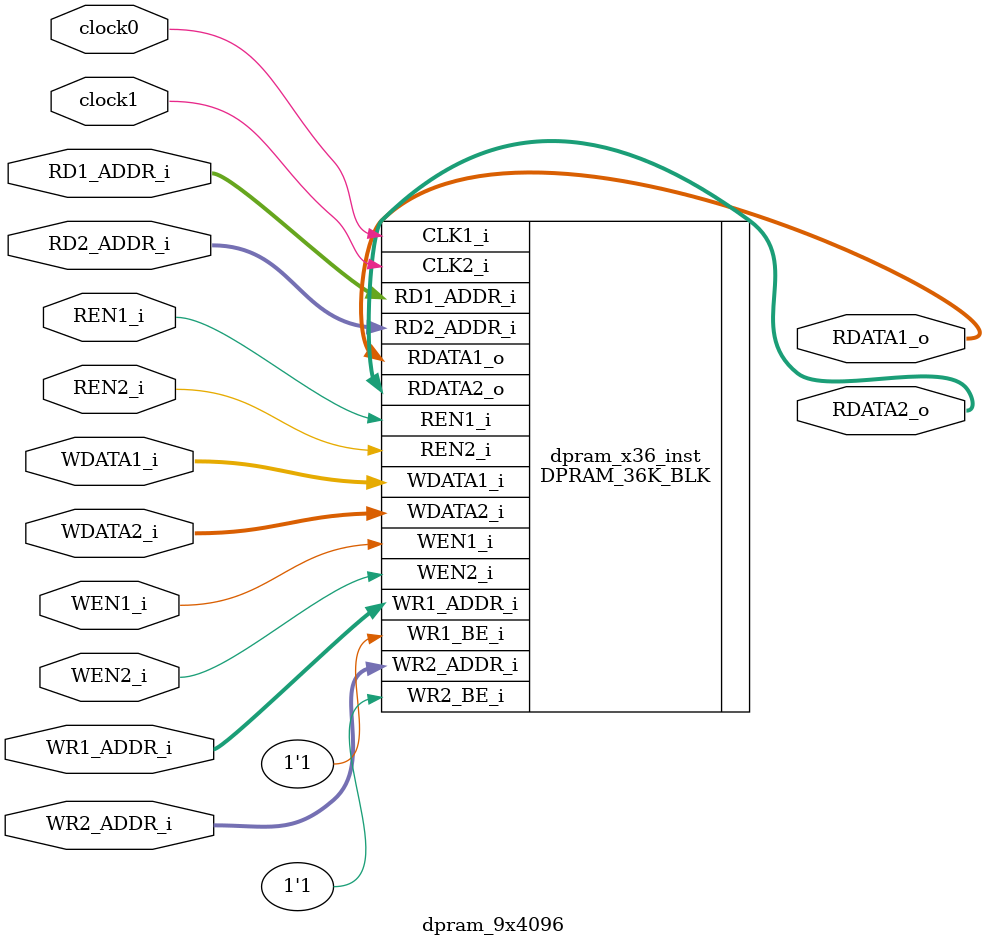
<source format=v>
module dpram_36x1024 (
    clock0,
    WEN1_i,
    REN1_i,
    WR1_ADDR_i,
    RD1_ADDR_i,
    WDATA1_i,
    RDATA1_o,
    
    clock1,
    WEN2_i,
    REN2_i,
    WR2_ADDR_i,
    RD2_ADDR_i,
    WDATA2_i,
    RDATA2_o
);

parameter ADDR_WIDTH = 10;
parameter DATA_WIDTH = 36;
parameter BE1_WIDTH = 4;
parameter BE2_WIDTH = 4;

input wire clock0;
input wire WEN1_i;
input wire REN1_i;
input wire [ADDR_WIDTH-1 :0] WR1_ADDR_i;
input wire [ADDR_WIDTH-1 :0] RD1_ADDR_i;
input wire [DATA_WIDTH-1 :0] WDATA1_i;
output wire [DATA_WIDTH-1 :0] RDATA1_o;

input wire clock1;
input wire WEN2_i;
input wire REN2_i;
input wire [ADDR_WIDTH-1 :0] WR2_ADDR_i;
input wire [ADDR_WIDTH-1 :0] RD2_ADDR_i;
input wire [DATA_WIDTH-1 :0] WDATA2_i;
output wire [DATA_WIDTH-1 :0] RDATA2_o;

DPRAM_36K_BLK #(
              .ADDR_WIDTH(ADDR_WIDTH),
              .DATA_WIDTH(DATA_WIDTH),
              .BE1_WIDTH(BE1_WIDTH),
              .BE2_WIDTH(BE2_WIDTH)
              ) dpram_x36_inst (             
              .CLK1_i(clock0),
              .WEN1_i(WEN1_i),
              .WR1_BE_i(4'b1111),
              .REN1_i(REN1_i),
              .WR1_ADDR_i(WR1_ADDR_i),
              .RD1_ADDR_i(RD1_ADDR_i),
              .WDATA1_i(WDATA1_i),
              .RDATA1_o(RDATA1_o),
              
              .CLK2_i(clock1),
              .WEN2_i(WEN2_i),
              .WR2_BE_i(4'b1111),
              .REN2_i(REN2_i),
              .WR2_ADDR_i(WR2_ADDR_i),
              .RD2_ADDR_i(RD2_ADDR_i),
              .WDATA2_i(WDATA2_i),
              .RDATA2_o(RDATA2_o)
              );

endmodule

module dpram_18x2048 (
    clock0,
    WEN1_i,
    REN1_i,
    WR1_ADDR_i,
    RD1_ADDR_i,
    WDATA1_i,
    RDATA1_o,
    
    clock1,
    WEN2_i,
    REN2_i,
    WR2_ADDR_i,
    RD2_ADDR_i,
    WDATA2_i,
    RDATA2_o
);

parameter ADDR_WIDTH = 11;
parameter DATA_WIDTH = 18;
parameter BE1_WIDTH = 2;
parameter BE2_WIDTH = 2;

input wire clock0;
input wire WEN1_i;
input wire REN1_i;
input wire [ADDR_WIDTH-1 :0] WR1_ADDR_i;
input wire [ADDR_WIDTH-1 :0] RD1_ADDR_i;
input wire [DATA_WIDTH-1 :0] WDATA1_i;
output wire [DATA_WIDTH-1 :0] RDATA1_o;

input wire clock1;
input wire WEN2_i;
input wire REN2_i;
input wire [ADDR_WIDTH-1 :0] WR2_ADDR_i;
input wire [ADDR_WIDTH-1 :0] RD2_ADDR_i;
input wire [DATA_WIDTH-1 :0] WDATA2_i;
output wire [DATA_WIDTH-1 :0] RDATA2_o;

DPRAM_36K_BLK #(
              .ADDR_WIDTH(ADDR_WIDTH),
              .DATA_WIDTH(DATA_WIDTH),
              .BE1_WIDTH(BE1_WIDTH),
              .BE2_WIDTH(BE2_WIDTH)
              ) dpram_x36_inst (             
              .CLK1_i(clock0),
              .WEN1_i(WEN1_i),
              .WR1_BE_i(2'b11),
              .REN1_i(REN1_i),
              .WR1_ADDR_i(WR1_ADDR_i),
              .RD1_ADDR_i(RD1_ADDR_i),
              .WDATA1_i(WDATA1_i),
              .RDATA1_o(RDATA1_o),
              
              .CLK2_i(clock1),
              .WEN2_i(WEN2_i),
              .WR2_BE_i(2'b11),
              .REN2_i(REN2_i),
              .WR2_ADDR_i(WR2_ADDR_i),
              .RD2_ADDR_i(RD2_ADDR_i),
              .WDATA2_i(WDATA2_i),
              .RDATA2_o(RDATA2_o)
              );

endmodule

module dpram_9x4096 (
    clock0,
    WEN1_i,
    REN1_i,
    WR1_ADDR_i,
    RD1_ADDR_i,
    WDATA1_i,
    RDATA1_o,
    
    clock1,
    WEN2_i,
    REN2_i,
    WR2_ADDR_i,
    RD2_ADDR_i,
    WDATA2_i,
    RDATA2_o
);

parameter ADDR_WIDTH = 12;
parameter DATA_WIDTH = 9;
parameter BE1_WIDTH = 1;
parameter BE2_WIDTH = 1;

input wire clock0;
input wire WEN1_i;
input wire REN1_i;
input wire [ADDR_WIDTH-1 :0] WR1_ADDR_i;
input wire [ADDR_WIDTH-1 :0] RD1_ADDR_i;
input wire [DATA_WIDTH-1 :0] WDATA1_i;
output wire [DATA_WIDTH-1 :0] RDATA1_o;

input wire clock1;
input wire WEN2_i;
input wire REN2_i;
input wire [ADDR_WIDTH-1 :0] WR2_ADDR_i;
input wire [ADDR_WIDTH-1 :0] RD2_ADDR_i;
input wire [DATA_WIDTH-1 :0] WDATA2_i;
output wire [DATA_WIDTH-1 :0] RDATA2_o;

DPRAM_36K_BLK #(
              .ADDR_WIDTH(ADDR_WIDTH),
              .DATA_WIDTH(DATA_WIDTH),
              .BE1_WIDTH(BE1_WIDTH),
              .BE2_WIDTH(BE2_WIDTH)
              ) dpram_x36_inst (             
              .CLK1_i(clock0),
              .WEN1_i(WEN1_i),
              .WR1_BE_i(1'b1),
              .REN1_i(REN1_i),
              .WR1_ADDR_i(WR1_ADDR_i),
              .RD1_ADDR_i(RD1_ADDR_i),
              .WDATA1_i(WDATA1_i),
              .RDATA1_o(RDATA1_o),
              
              .CLK2_i(clock1),
              .WEN2_i(WEN2_i),
              .WR2_BE_i(1'b1),
              .REN2_i(REN2_i),
              .WR2_ADDR_i(WR2_ADDR_i),
              .RD2_ADDR_i(RD2_ADDR_i),
              .WDATA2_i(WDATA2_i),
              .RDATA2_o(RDATA2_o)
              );

endmodule

</source>
